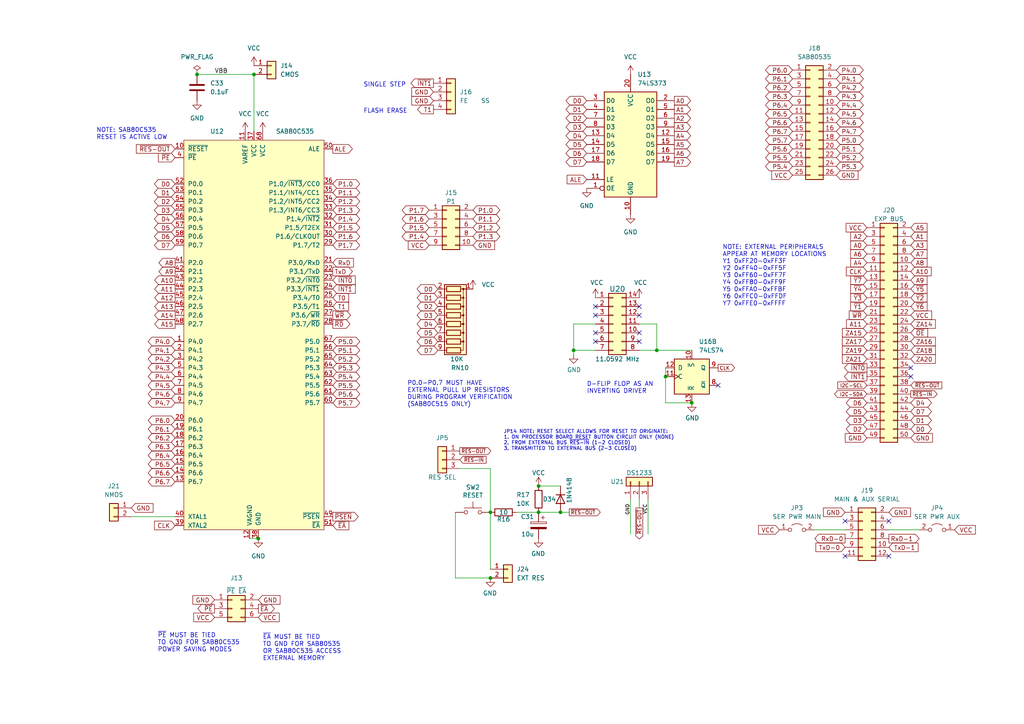
<source format=kicad_sch>
(kicad_sch (version 20211123) (generator eeschema)
  (paper "A4")
  (junction (at 142.24 167.64))
  (junction (at 142.24 148.59))
  (junction (at 57.15 21.59))
  (junction (at 156.21 148.59))
  (junction (at 156.21 140.97))
  (junction (at 200.66 116.84))
  (junction (at 73.66 21.59))
  (junction (at 162.56 148.59))
  (junction (at 166.37 101.6))
  (junction (at 74.93 156.21))
  (junction (at 190.5 101.6))
  (junction (at 193.04 109.22))
  (no_connect (at 245.11 151.13))
  (no_connect (at 245.11 161.29))
  (no_connect (at 257.81 151.13))
  (no_connect (at 257.81 161.29))
  (no_connect (at 264.16 106.68))
  (no_connect (at 172.72 91.44))
  (no_connect (at 264.16 109.22))
  (no_connect (at 185.42 88.9))
  (no_connect (at 172.72 99.06))
  (no_connect (at 185.42 99.06))
  (no_connect (at 208.28 111.76))
  (no_connect (at 172.72 88.9))
  (no_connect (at 185.42 96.52))
  (no_connect (at 172.72 96.52))
  (no_connect (at 185.42 91.44))
  (wire (pts (xy 142.24 135.89) (xy 133.35 135.89)))
  (wire (pts (xy 165.1 148.59) (xy 162.56 148.59)))
  (wire (pts (xy 266.7 153.67) (xy 257.81 153.67)))
  (wire (pts (xy 193.04 109.22) (xy 193.04 116.84)))
  (wire (pts (xy 132.08 148.59) (xy 132.08 167.64)))
  (wire (pts (xy 57.15 21.59) (xy 73.66 21.59)))
  (wire (pts (xy 166.37 93.98) (xy 166.37 101.6)))
  (wire (pts (xy 132.08 167.64) (xy 142.24 167.64)))
  (wire (pts (xy 72.39 156.21) (xy 74.93 156.21)))
  (wire (pts (xy 190.5 101.6) (xy 200.66 101.6)))
  (wire (pts (xy 193.04 106.68) (xy 193.04 109.22)))
  (wire (pts (xy 182.88 144.78) (xy 182.88 154.94)))
  (wire (pts (xy 142.24 148.59) (xy 142.24 165.1)))
  (wire (pts (xy 162.56 148.59) (xy 156.21 148.59)))
  (wire (pts (xy 156.21 148.59) (xy 149.86 148.59)))
  (wire (pts (xy 166.37 101.6) (xy 172.72 101.6)))
  (wire (pts (xy 38.1 149.86) (xy 50.8 149.86)))
  (wire (pts (xy 190.5 93.98) (xy 190.5 101.6)))
  (wire (pts (xy 73.66 21.59) (xy 73.66 38.1)))
  (wire (pts (xy 185.42 147.32) (xy 185.42 144.78)))
  (wire (pts (xy 187.96 144.78) (xy 187.96 154.94)))
  (wire (pts (xy 236.22 153.67) (xy 245.11 153.67)))
  (wire (pts (xy 156.21 140.97) (xy 162.56 140.97)))
  (wire (pts (xy 185.42 93.98) (xy 190.5 93.98)))
  (wire (pts (xy 172.72 93.98) (xy 166.37 93.98)))
  (wire (pts (xy 166.37 102.87) (xy 166.37 101.6)))
  (wire (pts (xy 142.24 135.89) (xy 142.24 148.59)))
  (wire (pts (xy 190.5 101.6) (xy 185.42 101.6)))
  (wire (pts (xy 193.04 116.84) (xy 200.66 116.84)))
  (text "NOTE: SAB80C535\nRESET IS ACTIVE LOW" (at 27.94 40.64 0) (effects (font (size 1.27 1.27)) (justify left bottom)))
  (text "NOTE: EXTERNAL PERIPHERALS\nAPPEAR AT MEMORY LOCATIONS\nY1 0xFF20-0xFF3F\nY2 0xFF40-0xFF5F\nY3 0xFF60-0xFF7F\nY4 0xFF80-0xFF9F\nY5 0xFFA0-0xFFBF\nY6 0xFFC0-0xFFDF\nY7 0xFFE0-0xFFFF\n" (at 209.55 88.9 0) (effects (font (size 1.27 1.27)) (justify left bottom)))
  (text "D-FLIP FLOP AS AN \nINVERTING DRIVER" (at 170.18 114.3 0) (effects (font (size 1.27 1.27)) (justify left bottom)))
  (text "JP14 NOTE: RESET SELECT ALLOWS FOR RESET TO ORIGINATE:\n1. ON PROCESSOR BOARD RESET BUTTON CIRCUIT ONLY (NONE)\n2. FROM EXTERNAL BUS ~{RES-IN} (1-2 CLOSED)\n3. TRANSMITTED TO EXTERNAL BUS (2-3 CLOSED)" (at 146.05 130.81 0) (effects (font (size 1.016 1.016)) (justify left bottom)))
  (text "SINGLE STEP" (at 105.41 25.4 0) (effects (font (size 1.27 1.27)) (justify left bottom)))
  (text "~{EA} MUST BE TIED\nTO GND FOR SAB80535 \nOR SAB80C535 ACCESS\nEXTERNAL MEMORY" (at 76.2 191.77 0) (effects (font (size 1.27 1.27)) (justify left bottom)))
  (text "FLASH ERASE" (at 105.41 33.02 0) (effects (font (size 1.27 1.27)) (justify left bottom)))
  (text "~{PE} MUST BE TIED\nTO GND FOR SAB80C535\nPOWER SAVING MODES" (at 45.72 189.23 0) (effects (font (size 1.27 1.27)) (justify left bottom)))
  (text "P0.0-P0.7 MUST HAVE \nEXTERNAL PULL UP RESISTORS\nDURING PROGRAM VERIFICATION\n(SAB80C515 ONLY)" (at 118.11 118.11 0) (effects (font (size 1.27 1.27)) (justify left bottom)))
  (label "VBB" (at 62.23 21.59 0))
  (label "GND" (at 182.88 146.05 270) (effects (font (size 1.016 1.016))))
  (label "VCC" (at 187.96 146.05 270) (effects (font (size 1.016 1.016))))
  (global_label "D7" (shape bidirectional) (at 264.16 119.38 0) (property "Intersheet References" "${INTERSHEET_REFS}" (effects hide)))
  (global_label "P6.5" (shape bidirectional) (at 50.8 134.62 180) (property "Intersheet References" "${INTERSHEET_REFS}" (effects hide)))
  (global_label "P4.7" (shape bidirectional) (at 50.8 116.84 180) (property "Intersheet References" "${INTERSHEET_REFS}" (effects hide)))
  (global_label "CLK" (shape input) (at 251.46 78.74 180) (property "Intersheet References" "${INTERSHEET_REFS}" (effects hide)))
  (global_label "~{EA}" (shape input) (at 96.52 152.4 0) (property "Intersheet References" "${INTERSHEET_REFS}" (effects hide)))
  (global_label "~{PSEN}" (shape output) (at 96.52 149.86 0) (property "Intersheet References" "${INTERSHEET_REFS}" (effects hide)))
  (global_label "P1.3" (shape bidirectional) (at 96.52 60.96 0) (property "Intersheet References" "${INTERSHEET_REFS}" (effects hide)))
  (global_label "P5.6" (shape bidirectional) (at 229.87 43.18 180) (property "Intersheet References" "${INTERSHEET_REFS}" (effects hide)))
  (global_label "P6.1" (shape bidirectional) (at 50.8 124.46 180) (property "Intersheet References" "${INTERSHEET_REFS}" (effects hide)))
  (global_label "~{EA}" (shape output) (at 74.93 176.53 0) (property "Intersheet References" "${INTERSHEET_REFS}" (effects hide)))
  (global_label "P4.4" (shape bidirectional) (at 242.57 30.48 0) (property "Intersheet References" "${INTERSHEET_REFS}" (effects hide)))
  (global_label "P6.1" (shape bidirectional) (at 229.87 22.86 180) (property "Intersheet References" "${INTERSHEET_REFS}" (effects hide)))
  (global_label "D3" (shape bidirectional) (at 127 91.44 180) (property "Intersheet References" "${INTERSHEET_REFS}" (effects hide)))
  (global_label "D1" (shape bidirectional) (at 127 86.36 180) (property "Intersheet References" "${INTERSHEET_REFS}" (effects hide)))
  (global_label "ZA20" (shape input) (at 264.16 104.14 0) (property "Intersheet References" "${INTERSHEET_REFS}" (effects hide)))
  (global_label "P5.3" (shape bidirectional) (at 96.52 106.68 0) (property "Intersheet References" "${INTERSHEET_REFS}" (effects hide)))
  (global_label "P1.6" (shape bidirectional) (at 96.52 68.58 0) (property "Intersheet References" "${INTERSHEET_REFS}" (effects hide)))
  (global_label "I2C-SCL" (shape input) (at 251.46 111.76 180) (effects (font (size 1.016 1.016))) (property "Intersheet References" "${INTERSHEET_REFS}" (effects hide)))
  (global_label "CLK" (shape output) (at 208.28 106.68 0) (effects (font (size 1.016 1.016))) (property "Intersheet References" "${INTERSHEET_REFS}" (effects hide)))
  (global_label "P5.0" (shape bidirectional) (at 242.57 40.64 0) (property "Intersheet References" "${INTERSHEET_REFS}" (effects hide)))
  (global_label "A11" (shape input) (at 251.46 93.98 180) (property "Intersheet References" "${INTERSHEET_REFS}" (effects hide)))
  (global_label "P6.4" (shape bidirectional) (at 229.87 30.48 180) (property "Intersheet References" "${INTERSHEET_REFS}" (effects hide)))
  (global_label "A8" (shape input) (at 264.16 76.2 0) (property "Intersheet References" "${INTERSHEET_REFS}" (effects hide)))
  (global_label "P5.6" (shape bidirectional) (at 96.52 114.3 0) (property "Intersheet References" "${INTERSHEET_REFS}" (effects hide)))
  (global_label "A7" (shape input) (at 264.16 73.66 0) (property "Intersheet References" "${INTERSHEET_REFS}" (effects hide)))
  (global_label "D5" (shape bidirectional) (at 50.8 66.04 180) (property "Intersheet References" "${INTERSHEET_REFS}" (effects hide)))
  (global_label "D7" (shape bidirectional) (at 170.18 46.99 180) (property "Intersheet References" "${INTERSHEET_REFS}" (effects hide)))
  (global_label "CLK" (shape input) (at 50.8 152.4 180) (property "Intersheet References" "${INTERSHEET_REFS}" (effects hide)))
  (global_label "D5" (shape bidirectional) (at 170.18 41.91 180) (property "Intersheet References" "${INTERSHEET_REFS}" (effects hide)))
  (global_label "~{INT1}" (shape input) (at 96.52 83.82 0) (property "Intersheet References" "${INTERSHEET_REFS}" (effects hide)))
  (global_label "P5.1" (shape bidirectional) (at 96.52 101.6 0) (property "Intersheet References" "${INTERSHEET_REFS}" (effects hide)))
  (global_label "A4" (shape input) (at 251.46 76.2 180) (property "Intersheet References" "${INTERSHEET_REFS}" (effects hide)))
  (global_label "P4.7" (shape bidirectional) (at 242.57 38.1 0) (property "Intersheet References" "${INTERSHEET_REFS}" (effects hide)))
  (global_label "P1.1" (shape bidirectional) (at 96.52 55.88 0) (property "Intersheet References" "${INTERSHEET_REFS}" (effects hide)))
  (global_label "VCC" (shape input) (at 62.23 179.07 180) (property "Intersheet References" "${INTERSHEET_REFS}" (effects hide)))
  (global_label "A13" (shape output) (at 50.8 88.9 180) (property "Intersheet References" "${INTERSHEET_REFS}" (effects hide)))
  (global_label "GND" (shape input) (at 125.73 29.21 180) (property "Intersheet References" "${INTERSHEET_REFS}" (effects hide)))
  (global_label "D6" (shape bidirectional) (at 170.18 44.45 180) (property "Intersheet References" "${INTERSHEET_REFS}" (effects hide)))
  (global_label "D1" (shape bidirectional) (at 264.16 121.92 0) (property "Intersheet References" "${INTERSHEET_REFS}" (effects hide)))
  (global_label "P1.1" (shape bidirectional) (at 137.16 63.5 0) (property "Intersheet References" "${INTERSHEET_REFS}" (effects hide)))
  (global_label "A9" (shape input) (at 264.16 81.28 0) (property "Intersheet References" "${INTERSHEET_REFS}" (effects hide)))
  (global_label "GND" (shape input) (at 251.46 127 180) (property "Intersheet References" "${INTERSHEET_REFS}" (effects hide)))
  (global_label "P1.4" (shape bidirectional) (at 124.46 68.58 180) (property "Intersheet References" "${INTERSHEET_REFS}" (effects hide)))
  (global_label "P1.5" (shape bidirectional) (at 96.52 66.04 0) (property "Intersheet References" "${INTERSHEET_REFS}" (effects hide)))
  (global_label "P1.5" (shape bidirectional) (at 124.46 66.04 180) (property "Intersheet References" "${INTERSHEET_REFS}" (effects hide)))
  (global_label "A7" (shape output) (at 195.58 46.99 0) (property "Intersheet References" "${INTERSHEET_REFS}" (effects hide)))
  (global_label "P5.5" (shape bidirectional) (at 96.52 111.76 0) (property "Intersheet References" "${INTERSHEET_REFS}" (effects hide)))
  (global_label "P1.0" (shape bidirectional) (at 137.16 60.96 0) (property "Intersheet References" "${INTERSHEET_REFS}" (effects hide)))
  (global_label "~{Y2}" (shape input) (at 264.16 86.36 0) (property "Intersheet References" "${INTERSHEET_REFS}" (effects hide)))
  (global_label "~{Y6}" (shape input) (at 264.16 88.9 0) (property "Intersheet References" "${INTERSHEET_REFS}" (effects hide)))
  (global_label "ZA17" (shape input) (at 251.46 99.06 180) (property "Intersheet References" "${INTERSHEET_REFS}" (effects hide)))
  (global_label "P1.4" (shape bidirectional) (at 96.52 63.5 0) (property "Intersheet References" "${INTERSHEET_REFS}" (effects hide)))
  (global_label "VCC" (shape input) (at 226.06 153.67 180) (property "Intersheet References" "${INTERSHEET_REFS}" (effects hide)))
  (global_label "D2" (shape bidirectional) (at 251.46 124.46 180) (property "Intersheet References" "${INTERSHEET_REFS}" (effects hide)))
  (global_label "P6.7" (shape bidirectional) (at 50.8 139.7 180) (property "Intersheet References" "${INTERSHEET_REFS}" (effects hide)))
  (global_label "GND" (shape input) (at 62.23 173.99 180) (property "Intersheet References" "${INTERSHEET_REFS}" (effects hide)))
  (global_label "ZA14" (shape input) (at 264.16 93.98 0) (property "Intersheet References" "${INTERSHEET_REFS}" (effects hide)))
  (global_label "~{RES-IN}" (shape output) (at 264.16 114.3 0) (effects (font (size 1.016 1.016))) (property "Intersheet References" "${INTERSHEET_REFS}" (effects hide)))
  (global_label "RxD-0" (shape output) (at 245.11 156.21 180) (property "Intersheet References" "${INTERSHEET_REFS}" (effects hide)))
  (global_label "T1" (shape output) (at 125.73 31.75 180) (property "Intersheet References" "${INTERSHEET_REFS}" (effects hide)))
  (global_label "P6.5" (shape bidirectional) (at 229.87 33.02 180) (property "Intersheet References" "${INTERSHEET_REFS}" (effects hide)))
  (global_label "A6" (shape output) (at 195.58 44.45 0) (property "Intersheet References" "${INTERSHEET_REFS}" (effects hide)))
  (global_label "P5.7" (shape bidirectional) (at 229.87 40.64 180) (property "Intersheet References" "${INTERSHEET_REFS}" (effects hide)))
  (global_label "A2" (shape input) (at 251.46 68.58 180) (property "Intersheet References" "${INTERSHEET_REFS}" (effects hide)))
  (global_label "ALE" (shape input) (at 170.18 52.07 180) (property "Intersheet References" "${INTERSHEET_REFS}" (effects hide)))
  (global_label "~{WR}" (shape input) (at 251.46 91.44 180) (property "Intersheet References" "${INTERSHEET_REFS}" (effects hide)))
  (global_label "GND" (shape input) (at 125.73 26.67 180) (property "Intersheet References" "${INTERSHEET_REFS}" (effects hide)))
  (global_label "A9" (shape output) (at 50.8 78.74 180) (property "Intersheet References" "${INTERSHEET_REFS}" (effects hide)))
  (global_label "RxD-1" (shape output) (at 257.81 156.21 0) (property "Intersheet References" "${INTERSHEET_REFS}" (effects hide)))
  (global_label "A5" (shape output) (at 195.58 41.91 0) (property "Intersheet References" "${INTERSHEET_REFS}" (effects hide)))
  (global_label "GND" (shape input) (at 242.57 50.8 0) (property "Intersheet References" "${INTERSHEET_REFS}" (effects hide)))
  (global_label "P4.0" (shape bidirectional) (at 242.57 20.32 0) (property "Intersheet References" "${INTERSHEET_REFS}" (effects hide)))
  (global_label "~{RES-IN}" (shape input) (at 133.35 133.35 0) (effects (font (size 1.016 1.016))) (property "Intersheet References" "${INTERSHEET_REFS}" (effects hide)))
  (global_label "D0" (shape bidirectional) (at 127 83.82 180) (property "Intersheet References" "${INTERSHEET_REFS}" (effects hide)))
  (global_label "~{Y4}" (shape input) (at 251.46 83.82 180) (property "Intersheet References" "${INTERSHEET_REFS}" (effects hide)))
  (global_label "D5" (shape bidirectional) (at 251.46 119.38 180) (property "Intersheet References" "${INTERSHEET_REFS}" (effects hide)))
  (global_label "~{INT0}" (shape input) (at 96.52 81.28 0) (property "Intersheet References" "${INTERSHEET_REFS}" (effects hide)))
  (global_label "VCC" (shape input) (at 276.86 153.67 0) (property "Intersheet References" "${INTERSHEET_REFS}" (effects hide)))
  (global_label "P4.5" (shape bidirectional) (at 50.8 111.76 180) (property "Intersheet References" "${INTERSHEET_REFS}" (effects hide)))
  (global_label "P1.2" (shape bidirectional) (at 137.16 66.04 0) (property "Intersheet References" "${INTERSHEET_REFS}" (effects hide)))
  (global_label "GND" (shape input) (at 245.11 148.59 180) (property "Intersheet References" "${INTERSHEET_REFS}" (effects hide)))
  (global_label "ZA18" (shape input) (at 264.16 101.6 0) (property "Intersheet References" "${INTERSHEET_REFS}" (effects hide)))
  (global_label "A4" (shape output) (at 195.58 39.37 0) (property "Intersheet References" "${INTERSHEET_REFS}" (effects hide)))
  (global_label "A10" (shape output) (at 50.8 81.28 180) (property "Intersheet References" "${INTERSHEET_REFS}" (effects hide)))
  (global_label "D0" (shape bidirectional) (at 170.18 29.21 180) (property "Intersheet References" "${INTERSHEET_REFS}" (effects hide)))
  (global_label "~{RES-OUT}" (shape input) (at 264.16 111.76 0) (effects (font (size 1.016 1.016))) (property "Intersheet References" "${INTERSHEET_REFS}" (effects hide)))
  (global_label "P5.5" (shape bidirectional) (at 229.87 45.72 180) (property "Intersheet References" "${INTERSHEET_REFS}" (effects hide)))
  (global_label "D4" (shape bidirectional) (at 264.16 116.84 0) (property "Intersheet References" "${INTERSHEET_REFS}" (effects hide)))
  (global_label "D7" (shape bidirectional) (at 50.8 71.12 180) (property "Intersheet References" "${INTERSHEET_REFS}" (effects hide)))
  (global_label "P4.6" (shape bidirectional) (at 50.8 114.3 180) (property "Intersheet References" "${INTERSHEET_REFS}" (effects hide)))
  (global_label "A15" (shape output) (at 50.8 93.98 180) (property "Intersheet References" "${INTERSHEET_REFS}" (effects hide)))
  (global_label "D6" (shape bidirectional) (at 251.46 116.84 180) (property "Intersheet References" "${INTERSHEET_REFS}" (effects hide)))
  (global_label "A12" (shape output) (at 50.8 86.36 180) (property "Intersheet References" "${INTERSHEET_REFS}" (effects hide)))
  (global_label "~{RES-OUT}" (shape output) (at 133.35 130.81 0) (effects (font (size 1.016 1.016))) (property "Intersheet References" "${INTERSHEET_REFS}" (effects hide)))
  (global_label "P4.3" (shape bidirectional) (at 50.8 106.68 180) (property "Intersheet References" "${INTERSHEET_REFS}" (effects hide)))
  (global_label "P6.6" (shape bidirectional) (at 50.8 137.16 180) (property "Intersheet References" "${INTERSHEET_REFS}" (effects hide)))
  (global_label "GND" (shape input) (at 264.16 127 0) (property "Intersheet References" "${INTERSHEET_REFS}" (effects hide)))
  (global_label "~{WR}" (shape output) (at 96.52 91.44 0) (property "Intersheet References" "${INTERSHEET_REFS}" (effects hide)))
  (global_label "GND" (shape input) (at 38.1 147.32 0) (property "Intersheet References" "${INTERSHEET_REFS}" (effects hide)))
  (global_label "P5.0" (shape bidirectional) (at 96.52 99.06 0) (property "Intersheet References" "${INTERSHEET_REFS}" (effects hide)))
  (global_label "A0" (shape output) (at 195.58 29.21 0) (property "Intersheet References" "${INTERSHEET_REFS}" (effects hide)))
  (global_label "VCC" (shape input) (at 74.93 179.07 0) (property "Intersheet References" "${INTERSHEET_REFS}" (effects hide)))
  (global_label "P5.2" (shape bidirectional) (at 96.52 104.14 0) (property "Intersheet References" "${INTERSHEET_REFS}" (effects hide)))
  (global_label "P4.6" (shape bidirectional) (at 242.57 35.56 0) (property "Intersheet References" "${INTERSHEET_REFS}" (effects hide)))
  (global_label "~{RD}" (shape output) (at 96.52 93.98 0) (property "Intersheet References" "${INTERSHEET_REFS}" (effects hide)))
  (global_label "~{INT1}" (shape output) (at 125.73 24.13 180) (property "Intersheet References" "${INTERSHEET_REFS}" (effects hide)))
  (global_label "A2" (shape output) (at 195.58 34.29 0) (property "Intersheet References" "${INTERSHEET_REFS}" (effects hide)))
  (global_label "VCC" (shape input) (at 251.46 66.04 180) (property "Intersheet References" "${INTERSHEET_REFS}" (effects hide)))
  (global_label "~{PE}" (shape output) (at 62.23 176.53 180) (property "Intersheet References" "${INTERSHEET_REFS}" (effects hide)))
  (global_label "D3" (shape bidirectional) (at 50.8 60.96 180) (property "Intersheet References" "${INTERSHEET_REFS}" (effects hide)))
  (global_label "ALE" (shape output) (at 96.52 43.18 0) (property "Intersheet References" "${INTERSHEET_REFS}" (effects hide)))
  (global_label "P1.2" (shape bidirectional) (at 96.52 58.42 0) (property "Intersheet References" "${INTERSHEET_REFS}" (effects hide)))
  (global_label "P1.6" (shape bidirectional) (at 124.46 63.5 180) (property "Intersheet References" "${INTERSHEET_REFS}" (effects hide)))
  (global_label "P5.4" (shape bidirectional) (at 229.87 48.26 180) (property "Intersheet References" "${INTERSHEET_REFS}" (effects hide)))
  (global_label "P6.6" (shape bidirectional) (at 229.87 35.56 180) (property "Intersheet References" "${INTERSHEET_REFS}" (effects hide)))
  (global_label "TxD-0" (shape input) (at 245.11 158.75 180) (property "Intersheet References" "${INTERSHEET_REFS}" (effects hide)))
  (global_label "P4.4" (shape bidirectional) (at 50.8 109.22 180) (property "Intersheet References" "${INTERSHEET_REFS}" (effects hide)))
  (global_label "D6" (shape bidirectional) (at 127 99.06 180) (property "Intersheet References" "${INTERSHEET_REFS}" (effects hide)))
  (global_label "A5" (shape input) (at 264.16 66.04 0) (property "Intersheet References" "${INTERSHEET_REFS}" (effects hide)))
  (global_label "~{RES-OUT}" (shape output) (at 165.1 148.59 0) (effects (font (size 1.016 1.016))) (property "Intersheet References" "${INTERSHEET_REFS}" (effects hide)))
  (global_label "D3" (shape bidirectional) (at 170.18 36.83 180) (property "Intersheet References" "${INTERSHEET_REFS}" (effects hide)))
  (global_label "P6.3" (shape bidirectional) (at 229.87 27.94 180) (property "Intersheet References" "${INTERSHEET_REFS}" (effects hide)))
  (global_label "A6" (shape input) (at 251.46 73.66 180) (property "Intersheet References" "${INTERSHEET_REFS}" (effects hide)))
  (global_label "GND" (shape input) (at 74.93 173.99 0) (property "Intersheet References" "${INTERSHEET_REFS}" (effects hide)))
  (global_label "ZA16" (shape input) (at 264.16 99.06 0) (property "Intersheet References" "${INTERSHEET_REFS}" (effects hide)))
  (global_label "P4.2" (shape bidirectional) (at 242.57 25.4 0) (property "Intersheet References" "${INTERSHEET_REFS}" (effects hide)))
  (global_label "T1" (shape input) (at 96.52 88.9 0) (property "Intersheet References" "${INTERSHEET_REFS}" (effects hide)))
  (global_label "P6.7" (shape bidirectional) (at 229.87 38.1 180) (property "Intersheet References" "${INTERSHEET_REFS}" (effects hide)))
  (global_label "A14" (shape output) (at 50.8 91.44 180) (property "Intersheet References" "${INTERSHEET_REFS}" (effects hide)))
  (global_label "P4.0" (shape bidirectional) (at 50.8 99.06 180) (property "Intersheet References" "${INTERSHEET_REFS}" (effects hide)))
  (global_label "D4" (shape bidirectional) (at 170.18 39.37 180) (property "Intersheet References" "${INTERSHEET_REFS}" (effects hide)))
  (global_label "ZA19" (shape input) (at 251.46 101.6 180) (property "Intersheet References" "${INTERSHEET_REFS}" (effects hide)))
  (global_label "A10" (shape input) (at 264.16 78.74 0) (property "Intersheet References" "${INTERSHEET_REFS}" (effects hide)))
  (global_label "D2" (shape bidirectional) (at 127 88.9 180) (property "Intersheet References" "${INTERSHEET_REFS}" (effects hide)))
  (global_label "P1.7" (shape bidirectional) (at 96.52 71.12 0) (property "Intersheet References" "${INTERSHEET_REFS}" (effects hide)))
  (global_label "D7" (shape bidirectional) (at 127 101.6 180) (property "Intersheet References" "${INTERSHEET_REFS}" (effects hide)))
  (global_label "~{PE}" (shape input) (at 50.8 45.72 180) (property "Intersheet References" "${INTERSHEET_REFS}" (effects hide)))
  (global_label "ZA15" (shape input) (at 251.46 96.52 180) (property "Intersheet References" "${INTERSHEET_REFS}" (effects hide)))
  (global_label "P1.0" (shape bidirectional) (at 96.52 53.34 0) (property "Intersheet References" "${INTERSHEET_REFS}" (effects hide)))
  (global_label "VCC" (shape input) (at 229.87 50.8 180) (property "Intersheet References" "${INTERSHEET_REFS}" (effects hide)))
  (global_label "P6.0" (shape bidirectional) (at 229.87 20.32 180) (property "Intersheet References" "${INTERSHEET_REFS}" (effects hide)))
  (global_label "TxD" (shape output) (at 96.52 78.74 0) (property "Intersheet References" "${INTERSHEET_REFS}" (effects hide)))
  (global_label "ZA21" (shape input) (at 251.46 104.14 180) (property "Intersheet References" "${INTERSHEET_REFS}" (effects hide)))
  (global_label "~{RES-OUT}" (shape input) (at 50.8 43.18 180) (property "Intersheet References" "${INTERSHEET_REFS}" (effects hide)))
  (global_label "P4.1" (shape bidirectional) (at 50.8 101.6 180) (property "Intersheet References" "${INTERSHEET_REFS}" (effects hide)))
  (global_label "P4.3" (shape bidirectional) (at 242.57 27.94 0) (property "Intersheet References" "${INTERSHEET_REFS}" (effects hide)))
  (global_label "D4" (shape bidirectional) (at 50.8 63.5 180) (property "Intersheet References" "${INTERSHEET_REFS}" (effects hide)))
  (global_label "P5.3" (shape bidirectional) (at 242.57 48.26 0) (property "Intersheet References" "${INTERSHEET_REFS}" (effects hide)))
  (global_label "P1.3" (shape bidirectional) (at 137.16 68.58 0) (property "Intersheet References" "${INTERSHEET_REFS}" (effects hide)))
  (global_label "VCC" (shape input) (at 124.46 71.12 180) (property "Intersheet References" "${INTERSHEET_REFS}" (effects hide)))
  (global_label "D6" (shape bidirectional) (at 50.8 68.58 180) (property "Intersheet References" "${INTERSHEET_REFS}" (effects hide)))
  (global_label "TxD-1" (shape input) (at 257.81 158.75 0) (property "Intersheet References" "${INTERSHEET_REFS}" (effects hide)))
  (global_label "P5.7" (shape bidirectional) (at 96.52 116.84 0) (property "Intersheet References" "${INTERSHEET_REFS}" (effects hide)))
  (global_label "A11" (shape output) (at 50.8 83.82 180) (property "Intersheet References" "${INTERSHEET_REFS}" (effects hide)))
  (global_label "P5.2" (shape bidirectional) (at 242.57 45.72 0) (property "Intersheet References" "${INTERSHEET_REFS}" (effects hide)))
  (global_label "D2" (shape bidirectional) (at 170.18 34.29 180) (property "Intersheet References" "${INTERSHEET_REFS}" (effects hide)))
  (global_label "~{INT1}" (shape output) (at 251.46 109.22 180) (property "Intersheet References" "${INTERSHEET_REFS}" (effects hide)))
  (global_label "RxD" (shape input) (at 96.52 76.2 0) (property "Intersheet References" "${INTERSHEET_REFS}" (effects hide)))
  (global_label "P6.4" (shape bidirectional) (at 50.8 132.08 180) (property "Intersheet References" "${INTERSHEET_REFS}" (effects hide)))
  (global_label "D1" (shape bidirectional) (at 170.18 31.75 180) (property "Intersheet References" "${INTERSHEET_REFS}" (effects hide)))
  (global_label "D0" (shape bidirectional) (at 50.8 53.34 180) (property "Intersheet References" "${INTERSHEET_REFS}" (effects hide)))
  (global_label "GND" (shape input) (at 257.81 148.59 0) (property "Intersheet References" "${INTERSHEET_REFS}" (effects hide)))
  (global_label "P5.4" (shape bidirectional) (at 96.52 109.22 0) (property "Intersheet References" "${INTERSHEET_REFS}" (effects hide)))
  (global_label "VCC" (shape input) (at 264.16 91.44 0) (property "Intersheet References" "${INTERSHEET_REFS}" (effects hide)))
  (global_label "D2" (shape bidirectional) (at 50.8 58.42 180) (property "Intersheet References" "${INTERSHEET_REFS}" (effects hide)))
  (global_label "P4.1" (shape bidirectional) (at 242.57 22.86 0) (property "Intersheet References" "${INTERSHEET_REFS}" (effects hide)))
  (global_label "A1" (shape input) (at 264.16 68.58 0) (property "Intersheet References" "${INTERSHEET_REFS}" (effects hide)))
  (global_label "~{Y5}" (shape input) (at 264.16 83.82 0) (property "Intersheet References" "${INTERSHEET_REFS}" (effects hide)))
  (global_label "GND" (shape input) (at 137.16 71.12 0) (property "Intersheet References" "${INTERSHEET_REFS}" (effects hide)))
  (global_label "D0" (shape bidirectional) (at 264.16 124.46 0) (property "Intersheet References" "${INTERSHEET_REFS}" (effects hide)))
  (global_label "P6.2" (shape bidirectional) (at 50.8 127 180) (property "Intersheet References" "${INTERSHEET_REFS}" (effects hide)))
  (global_label "A3" (shape input) (at 264.16 71.12 0) (property "Intersheet References" "${INTERSHEET_REFS}" (effects hide)))
  (global_label "D4" (shape bidirectional) (at 127 93.98 180) (property "Intersheet References" "${INTERSHEET_REFS}" (effects hide)))
  (global_label "P6.2" (shape bidirectional) (at 229.87 25.4 180) (property "Intersheet References" "${INTERSHEET_REFS}" (effects hide)))
  (global_label "~{Y3}" (shape input) (at 251.46 86.36 180) (property "Intersheet References" "${INTERSHEET_REFS}" (effects hide)))
  (global_label "A3" (shape output) (at 195.58 36.83 0) (property "Intersheet References" "${INTERSHEET_REFS}" (effects hide)))
  (global_label "T0" (shape input) (at 96.52 86.36 0) (property "Intersheet References" "${INTERSHEET_REFS}" (effects hide)))
  (global_label "P1.7" (shape bidirectional) (at 124.46 60.96 180) (property "Intersheet References" "${INTERSHEET_REFS}" (effects hide)))
  (global_label "~{Y7}" (shape input) (at 251.46 81.28 180) (property "Intersheet References" "${INTERSHEET_REFS}" (effects hide)))
  (global_label "D3" (shape bidirectional) (at 251.46 121.92 180) (property "Intersheet References" "${INTERSHEET_REFS}" (effects hide)))
  (global_label "~{RES-OUT}" (shape output) (at 185.42 147.32 270) (effects (font (size 1.016 1.016))) (property "Intersheet References" "${INTERSHEET_REFS}" (effects hide)))
  (global_label "~{INT0}" (shape output) (at 251.46 106.68 180) (property "Intersheet References" "${INTERSHEET_REFS}" (effects hide)))
  (global_label "P4.2" (shape bidirectional) (at 50.8 104.14 180) (property "Intersheet References" "${INTERSHEET_REFS}" (effects hide)))
  (global_label "P5.1" (shape bidirectional) (at 242.57 43.18 0) (property "Intersheet References" "${INTERSHEET_REFS}" (effects hide)))
  (global_label "P6.3" (shape bidirectional) (at 50.8 129.54 180) (property "Intersheet References" "${INTERSHEET_REFS}" (effects hide)))
  (global_label "A1" (shape output) (at 195.58 31.75 0) (property "Intersheet References" "${INTERSHEET_REFS}" (effects hide)))
  (global_label "P6.0" (shape bidirectional) (at 50.8 121.92 180) (property "Intersheet References" "${INTERSHEET_REFS}" (effects hide)))
  (global_label "I2C-SDA" (shape bidirectional) (at 251.46 114.3 180) (effects (font (size 1.016 1.016))) (property "Intersheet References" "${INTERSHEET_REFS}" (effects hide)))
  (global_label "~{Y1}" (shape input) (at 251.46 88.9 180) (property "Intersheet References" "${INTERSHEET_REFS}" (effects hide)))
  (global_label "~{OE}" (shape input) (at 264.16 96.52 0) (property "Intersheet References" "${INTERSHEET_REFS}" (effects hide)))
  (global_label "A0" (shape input) (at 251.46 71.12 180) (property "Intersheet References" "${INTERSHEET_REFS}" (effects hide)))
  (global_label "P4.5" (shape bidirectional) (at 242.57 33.02 0) (property "Intersheet References" "${INTERSHEET_REFS}" (effects hide)))
  (global_label "A8" (shape output) (at 50.8 76.2 180) (property "Intersheet References" "${INTERSHEET_REFS}" (effects hide)))
  (global_label "D1" (shape bidirectional) (at 50.8 55.88 180) (property "Intersheet References" "${INTERSHEET_REFS}" (effects hide)))
  (global_label "D5" (shape bidirectional) (at 127 96.52 180) (property "Intersheet References" "${INTERSHEET_REFS}" (effects hide)))
  (symbol (lib_id "Connector_Generic:Conn_01x02") (at 147.32 165.1 0) (unit 1)
    (property "Reference" "J24" (at 149.86 165.0999 0) (effects (justify left)))
    (property "Value" "EXT RES" (at 149.86 167.6399 0) (effects (justify left)))
    (property "Footprint" "Connector_PinHeader_2.54mm:PinHeader_1x02_P2.54mm_Vertical" (effects hide))
  )
  (symbol (lib_id "Connector_Generic:Conn_02x05_Odd_Even") (at 129.54 66.04 0) (unit 1)
    (property "Reference" "J15" (at 130.81 55.88 0))
    (property "Value" "P1" (at 130.81 58.42 0))
    (property "Footprint" "Connector_IDC:IDC-Header_2x05_P2.54mm_Horizontal" (effects hide))
  )
  (symbol (lib_id "power:GND") (at 166.37 102.87 0) (unit 1)
    (property "Reference" "#PWR036" (effects hide))
    (property "Value" "GND" (at 166.497 107.2642 0))
  )
  (symbol (lib_id "Connector_Generic:Conn_01x03") (at 185.42 139.7 90) (unit 1)
    (property "Reference" "U21" (at 179.07 139.7 90))
    (property "Value" "DS1233" (at 185.42 137.16 90))
    (property "Footprint" "Package_TO_SOT_THT:TO-92L_HandSolder" (effects hide))
  )
  (symbol (lib_id "power:GND") (at 200.66 116.84 0) (unit 1)
    (property "Reference" "#PWR071" (effects hide))
    (property "Value" "GND" (at 200.787 121.2342 0))
  )
  (symbol (lib_id "power:GND") (at 170.18 54.61 0) (unit 1)
    (property "Reference" "#PWR045" (effects hide))
    (property "Value" "GND" (at 170.18 59.69 0))
  )
  (symbol (lib_id "power:VCC") (at 73.66 19.05 0) (unit 1)
    (property "Reference" "#PWR039" (effects hide))
    (property "Value" "VCC" (at 73.66 13.97 0))
  )
  (symbol (lib_id "74xx:74LS74") (at 200.66 109.22 0) (unit 2)
    (property "Reference" "U16" (at 202.6794 99.06 0) (effects (justify left)))
    (property "Value" "74LS74" (at 202.6794 101.6 0) (effects (justify left)))
    (property "Footprint" "Package_DIP:DIP-14_W7.62mm_Socket" (effects hide))
    (property "Datasheet" "74xx/74hc_hct74.pdf" (effects hide))
  )
  (symbol (lib_id "Connector_Generic:Conn_01x03") (at 128.27 133.35 0) (mirror y) (unit 1)
    (property "Reference" "JP5" (at 128.27 127 0))
    (property "Value" "RES SEL" (at 128.27 138.43 0))
    (property "Footprint" "Connector_PinHeader_2.54mm:PinHeader_1x03_P2.54mm_Vertical" (effects hide))
  )
  (symbol (lib_id "Connector_Generic:Conn_02x13_Odd_Even") (at 234.95 35.56 0) (unit 1)
    (property "Reference" "J18" (at 236.22 13.97 0))
    (property "Value" "SAB80535" (at 236.22 16.51 0))
    (property "Footprint" "Connector_IDC:IDC-Header_2x13_P2.54mm_Horizontal" (effects hide))
  )
  (symbol (lib_id "Connector_Generic:Conn_02x03_Odd_Even") (at 67.31 176.53 0) (unit 1)
    (property "Reference" "J13" (at 68.58 167.64 0))
    (property "Value" "~{PE} ~{EA}" (at 68.58 171.45 0))
    (property "Footprint" "Connector_PinHeader_2.54mm:PinHeader_2x03_P2.54mm_Vertical" (effects hide))
  )
  (symbol (lib_id "power:VCC") (at 182.88 21.59 0) (unit 1)
    (property "Reference" "#PWR046" (effects hide))
    (property "Value" "VCC" (at 182.88 16.51 0))
  )
  (symbol (lib_id "power:GND") (at 57.15 29.21 0) (unit 1)
    (property "Reference" "#PWR037" (effects hide))
    (property "Value" "GND" (at 57.15 34.29 0))
  )
  (symbol (lib_id "power:VCC") (at 76.2 38.1 0) (unit 1)
    (property "Reference" "#PWR041" (effects hide))
    (property "Value" "VCC" (at 76.2 33.02 0))
  )
  (symbol (lib_id "Device:R") (at 156.21 144.78 0) (mirror x) (unit 1)
    (property "Reference" "R17" (at 153.67 143.5099 0) (effects (justify right)))
    (property "Value" "10K" (at 153.67 146.0499 0) (effects (justify right)))
    (property "Footprint" "Resistor_THT:R_Axial_DIN0207_L6.3mm_D2.5mm_P7.62mm_Horizontal" (effects hide))
  )
  (symbol (lib_id "Device:R") (at 146.05 148.59 90) (mirror x) (unit 1)
    (property "Reference" "R16" (at 146.05 150.622 90))
    (property "Value" "10" (at 146.05 148.59 90))
    (property "Footprint" "Resistor_THT:R_Axial_DIN0207_L6.3mm_D2.5mm_P7.62mm_Horizontal" (effects hide))
  )
  (symbol (lib_id "Jumper:Jumper_2_Open") (at 231.14 153.67 0) (unit 1)
    (property "Reference" "JP3" (at 231.14 147.32 0))
    (property "Value" "SER PWR MAIN" (at 231.14 149.86 0))
    (property "Footprint" "Connector_PinHeader_2.54mm:PinHeader_1x02_P2.54mm_Vertical" (effects hide))
  )
  (symbol (lib_id "Connector_Generic:Conn_02x06_Odd_Even") (at 250.19 153.67 0) (unit 1)
    (property "Reference" "J19" (at 251.46 142.24 0))
    (property "Value" "MAIN & AUX SERIAL" (at 251.46 144.78 0))
    (property "Footprint" "Connector_IDC:IDC-Header_2x06_P2.54mm_Horizontal" (effects hide))
  )
  (symbol (lib_id "MCU_SAB80C535:SAB80C535") (at 73.66 68.58 0) (unit 1)
    (property "Reference" "U12" (at 60.96 38.1 0) (effects (justify left)))
    (property "Value" "SAB80C535" (at 80.01 38.1 0) (effects (justify left)))
    (property "Footprint" "Package_LCC:PLCC-68_THT-Socket" (effects hide))
  )
  (symbol (lib_id "power:VCC") (at 172.72 86.36 0) (unit 1)
    (property "Reference" "#PWR062" (effects hide))
    (property "Value" "VCC" (at 173.101 81.9658 0))
  )
  (symbol (lib_id "power:VCC") (at 185.42 86.36 0) (unit 1)
    (property "Reference" "#PWR063" (effects hide))
    (property "Value" "VCC" (at 185.801 81.9658 0))
  )
  (symbol (lib_id "74xx:74LS373") (at 182.88 41.91 0) (unit 1)
    (property "Reference" "U13" (at 184.8994 21.59 0) (effects (justify left)))
    (property "Value" "74LS373" (at 184.8994 24.13 0) (effects (justify left)))
    (property "Footprint" "Package_DIP:DIP-20_W7.62mm_Socket" (effects hide))
    (property "Datasheet" "http://www.ti.com/lit/gpn/sn74LS373" (effects hide))
  )
  (symbol (lib_id "Device:R_Network08") (at 132.08 93.98 270) (unit 1)
    (property "Reference" "RN10" (at 130.81 106.68 90) (effects (justify left)))
    (property "Value" "10K" (at 130.5561 104.14 90) (effects (justify left)))
    (property "Footprint" "Resistor_THT:R_Array_SIP9" (effects hide))
    (property "Datasheet" "http://www.vishay.com/docs/31509/csc.pdf" (effects hide))
  )
  (symbol (lib_id "power:VCC") (at 137.16 83.82 0) (unit 1)
    (property "Reference" "#PWR044" (effects hide))
    (property "Value" "VCC" (at 139.7 82.5499 0) (effects (justify left)))
  )
  (symbol (lib_id "power:GND") (at 142.24 167.64 0) (mirror y) (unit 1)
    (property "Reference" "#PWR043" (effects hide))
    (property "Value" "GND" (at 142.113 172.0342 0))
  )
  (symbol (lib_id "power:PWR_FLAG") (at 57.15 21.59 0) (unit 1)
    (property "Reference" "#FLG07" (effects hide))
    (property "Value" "PWR_FLAG" (at 57.15 16.51 0))
  )
  (symbol (lib_id "Switch:SW_Push") (at 137.16 148.59 0) (mirror y) (unit 1)
    (property "Reference" "SW2" (at 137.16 141.351 0))
    (property "Value" "RESET" (at 137.16 143.6624 0))
    (property "Footprint" "Button_Switch_THT:SW_PUSH_6mm" (effects hide))
  )
  (symbol (lib_id "Connector_Generic:Conn_01x04") (at 130.81 26.67 0) (unit 1)
    (property "Reference" "J16" (at 133.35 26.6699 0) (effects (justify left)))
    (property "Value" "FE    SS" (at 133.35 29.2099 0) (effects (justify left)))
    (property "Footprint" "Connector_PinHeader_2.54mm:PinHeader_1x04_P2.54mm_Vertical" (effects hide))
  )
  (symbol (lib_id "Diode:1N4148") (at 162.56 144.78 90) (mirror x) (unit 1)
    (property "Reference" "D34" (at 161.29 144.78 90) (effects (justify left)))
    (property "Value" "1N4148" (at 165.1 138.43 0) (effects (justify left)))
    (property "Footprint" "Diode_THT:D_DO-35_SOD27_P7.62mm_Horizontal" (effects hide))
    (property "Datasheet" "https://assets.nexperia.com/documents/data-sheet/1N4148_1N4448.pdf" (effects hide))
  )
  (symbol (lib_id "Connector_Generic:Conn_02x07_Counter_Clockwise") (at 177.8 93.98 0) (unit 1)
    (property "Reference" "U20" (at 179.07 83.82 0) (effects (font (size 1.524 1.524))))
    (property "Value" "11.0592 MHz" (at 179.07 104.14 0))
    (property "Footprint" "Package_DIP:DIP-14_W7.62mm_Socket" (effects hide))
  )
  (symbol (lib_id "Device:C_Polarized") (at 156.21 152.4 0) (mirror y) (unit 1)
    (property "Reference" "C31" (at 154.94 149.86 0) (effects (justify left)))
    (property "Value" "10u" (at 154.94 154.94 0) (effects (justify left)))
    (property "Footprint" "Capacitor_THT:CP_Radial_D5.0mm_P2.50mm" (effects hide))
  )
  (symbol (lib_id "power:GND") (at 156.21 156.21 0) (mirror y) (unit 1)
    (property "Reference" "#PWR066" (effects hide))
    (property "Value" "GND" (at 156.083 160.6042 0))
  )
  (symbol (lib_id "power:VCC") (at 156.21 140.97 0) (unit 1)
    (property "Reference" "#PWR042" (effects hide))
    (property "Value" "VCC" (at 156.21 137.16 0))
  )
  (symbol (lib_id "Device:C") (at 57.15 25.4 0) (unit 1)
    (property "Reference" "C33" (at 60.96 24.1299 0) (effects (justify left)))
    (property "Value" "0.1uF" (at 60.96 26.6699 0) (effects (justify left)))
    (property "Footprint" "Capacitor_THT:C_Disc_D5.0mm_W2.5mm_P5.00mm" (effects hide))
  )
  (symbol (lib_id "Connector_Generic:Conn_01x02") (at 33.02 147.32 0) (mirror y) (unit 1)
    (property "Reference" "J21" (at 33.02 140.97 0))
    (property "Value" "NMOS" (at 33.02 143.51 0))
    (property "Footprint" "Connector_PinHeader_2.54mm:PinHeader_1x02_P2.54mm_Vertical" (effects hide))
  )
  (symbol (lib_id "power:GND") (at 182.88 62.23 0) (unit 1)
    (property "Reference" "#PWR047" (effects hide))
    (property "Value" "GND" (at 182.88 67.31 0))
  )
  (symbol (lib_id "power:VCC") (at 71.12 38.1 0) (unit 1)
    (property "Reference" "#PWR038" (effects hide))
    (property "Value" "VCC" (at 71.12 33.02 0))
  )
  (symbol (lib_id "Connector_Generic:Conn_01x02") (at 78.74 19.05 0) (unit 1)
    (property "Reference" "J14" (at 81.28 19.0499 0) (effects (justify left)))
    (property "Value" "CMOS" (at 81.28 21.5899 0) (effects (justify left)))
    (property "Footprint" "Connector_PinHeader_2.54mm:PinHeader_1x02_P2.54mm_Vertical" (effects hide))
  )
  (symbol (lib_id "Jumper:Jumper_2_Open") (at 271.78 153.67 0) (mirror y) (unit 1)
    (property "Reference" "JP4" (at 271.78 147.32 0))
    (property "Value" "SER PWR AUX" (at 271.78 149.86 0))
    (property "Footprint" "Connector_PinHeader_2.54mm:PinHeader_1x02_P2.54mm_Vertical" (effects hide))
  )
  (symbol (lib_id "power:GND") (at 74.93 156.21 0) (unit 1)
    (property "Reference" "#PWR040" (effects hide))
    (property "Value" "GND" (at 74.93 161.29 0))
  )
  (symbol (lib_id "Connector_Generic:Conn_02x25_Odd_Even") (at 256.54 96.52 0) (unit 1)
    (property "Reference" "J20" (at 257.81 60.96 0))
    (property "Value" "EXP BUS" (at 257.81 63.5 0))
    (property "Footprint" "Connector_IDC:IDC-Header_2x25_P2.54mm_Horizontal" (effects hide))
  )
)
</source>
